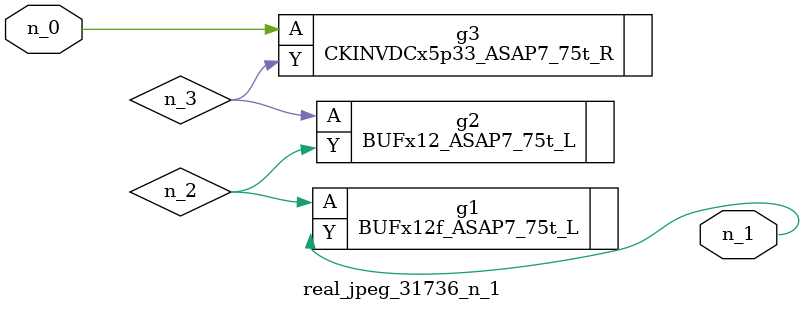
<source format=v>
module real_jpeg_31736_n_1 (n_0, n_1);

input n_0;

output n_1;

wire n_3;
wire n_2;

CKINVDCx5p33_ASAP7_75t_R g3 ( 
.A(n_0),
.Y(n_3)
);

BUFx12f_ASAP7_75t_L g1 ( 
.A(n_2),
.Y(n_1)
);

BUFx12_ASAP7_75t_L g2 ( 
.A(n_3),
.Y(n_2)
);


endmodule
</source>
